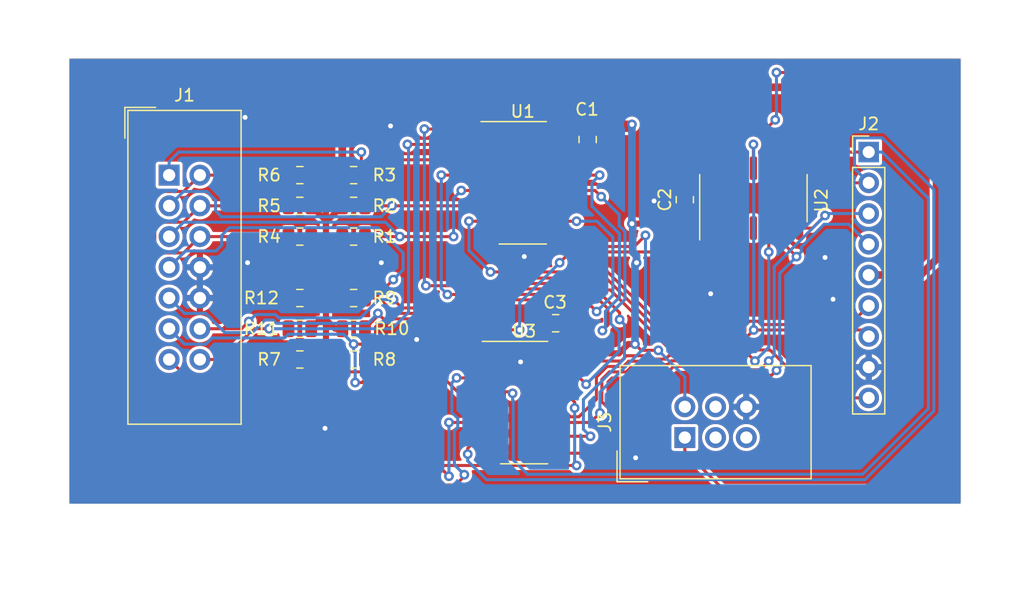
<source format=kicad_pcb>
(kicad_pcb (version 20241229) (generator "pcbnew") (generator_version "9.0")
  (layers (0 "F.Cu" signal) (2 "B.Cu" signal) (13 "F.Paste" user) (15 "B.Paste" user) (5 "F.SilkS" user) (7 "B.SilkS" user) (1 "F.Mask" user) (3 "B.Mask" user) (25 "Edge.Cuts" user))
  (net 0 "")
  (net 1 "TR")
  (net 2 "GND")
  (net 3 "TH")
  (net 4 "TL")
  (net 5 "+5V")
  (net 6 "RIGHT")
  (net 7 "LEFT")
  (net 8 "DOWN")
  (net 9 "UP")
  (net 10 "BUTTON_A")
  (net 11 "BUTTON_B")
  (net 12 "BUTTON_C")
  (net 13 "BUTTON_X")
  (net 14 "BUTTON_Y")
  (net 15 "BUTTON_Z")
  (net 16 "BUTTON_UP")
  (net 17 "BUTTON_DOWN")
  (net 18 "BUTTON_LEFT")
  (net 19 "BUTTON_RIGHT")
  (net 20 "BUTTON_START")
  (net 21 "BUTTON_MODE")
  (net 22 "Net-(U1-Pad12)")
  (net 23 "Net-(U1-Pad9)")
  (net 24 "Net-(U2-Pad5)")
  (net 25 "Net-(U2-Pad2)")
  (net 26 "Net-(J3-Pad1)")
  (footprint "Connector_IDC:IDC-Header_2x07_P2.54mm_Vertical" (layer "F.Cu") (at 97.155 47.752)
    (property "Reference" "J1")
    (property "Value" "Conn_02x07_Odd_Even")
  )
  (footprint "Connector_PinHeader_2.54mm:PinHeader_1x09_P2.54mm_Vertical" (layer "F.Cu") (at 154.94 45.847)
    (property "Reference" "J2")
    (property "Value" "DB9_Female")
  )
  (footprint "Resistor_SMD:R_0805_2012Metric" (layer "F.Cu") (at 112.395001 52.832)
    (property "Reference" "R1")
    (property "Value" "47k")
  )
  (footprint "Resistor_SMD:R_0805_2012Metric" (layer "F.Cu") (at 112.395001 50.292)
    (property "Reference" "R2")
    (property "Value" "47k")
  )
  (footprint "Resistor_SMD:R_0805_2012Metric" (layer "F.Cu") (at 112.395 47.752)
    (property "Reference" "R3")
    (property "Value" "47k")
  )
  (footprint "Resistor_SMD:R_0805_2012Metric" (layer "F.Cu") (at 107.95 52.832 180)
    (property "Reference" "R4")
    (property "Value" "47k")
  )
  (footprint "Resistor_SMD:R_0805_2012Metric" (layer "F.Cu") (at 107.95 50.292 180)
    (property "Reference" "R5")
    (property "Value" "47k")
  )
  (footprint "Resistor_SMD:R_0805_2012Metric" (layer "F.Cu") (at 107.95 47.752 180)
    (property "Reference" "R6")
    (property "Value" "47k")
  )
  (footprint "Resistor_SMD:R_0805_2012Metric" (layer "F.Cu") (at 107.95 62.992 180)
    (property "Reference" "R7")
    (property "Value" "47k")
  )
  (footprint "Resistor_SMD:R_0805_2012Metric" (layer "F.Cu") (at 112.395 62.992)
    (property "Reference" "R8")
    (property "Value" "47k")
  )
  (footprint "Resistor_SMD:R_0805_2012Metric" (layer "F.Cu") (at 112.395 57.912)
    (property "Reference" "R9")
    (property "Value" "47k")
  )
  (footprint "Resistor_SMD:R_0805_2012Metric" (layer "F.Cu") (at 112.395 60.452)
    (property "Reference" "R10")
    (property "Value" "47k")
  )
  (footprint "Resistor_SMD:R_0805_2012Metric" (layer "F.Cu") (at 107.95 60.452 180)
    (property "Reference" "R11")
    (property "Value" "47k")
  )
  (footprint "Resistor_SMD:R_0805_2012Metric" (layer "F.Cu") (at 107.95 57.912 180)
    (property "Reference" "R12")
    (property "Value" "47k")
  )
  (footprint "Package_SO:SOIC-16_3.9x9.9mm_P1.27mm" (layer "F.Cu") (at 126.365 48.387)
    (property "Reference" "U1")
    (property "Value" "74HC257")
  )
  (footprint "Package_SO:SOIC-14_3.9x8.7mm_P1.27mm" (layer "F.Cu") (at 145.415 49.657 90)
    (property "Reference" "U2")
    (property "Value" "ATtiny404-SS")
  )
  (footprint "Package_SO:SOIC-16_3.9x9.9mm_P1.27mm" (layer "F.Cu") (at 126.475 66.555)
    (property "Reference" "U3")
    (property "Value" "74HC257")
  )
  (footprint "Connector_IDC:IDC-Header_2x03_P2.54mm_Vertical" (layer "F.Cu") (at 139.7508 69.4436 90)
    (property "Reference" "J3")
    (property "Value" "Conn_02x03_Odd_Even")
  )
  (footprint "Capacitor_SMD:C_0805_2012Metric" (layer "F.Cu") (at 131.7244 44.8056 -90)
    (property "Reference" "C1")
    (property "Value" "0.1u")
  )
  (footprint "Capacitor_SMD:C_0805_2012Metric" (layer "F.Cu") (at 139.7508 49.784 90)
    (property "Reference" "C2")
    (property "Value" "0.1u")
  )
  (footprint "Capacitor_SMD:C_0805_2012Metric" (layer "F.Cu") (at 129.0828 59.9948 180)
    (property "Reference" "C3")
    (property "Value" "0.1u")
  )
  (gr_line (start 88.9 74.93) (end 88.9 38.1) (stroke (width 0.05)) (layer "Edge.Cuts"))
  (gr_line (start 162.56 74.93) (end 88.9 74.93) (stroke (width 0.05)) (layer "Edge.Cuts"))
  (gr_line (start 162.56 38.1) (end 162.56 74.93) (stroke (width 0.05)) (layer "Edge.Cuts"))
  (gr_line (start 88.9 38.1) (end 162.56 38.1) (stroke (width 0.05)) (layer "Edge.Cuts"))
  (segment (start 120.142 57.621) (end 123.80542 57.621) (width 0.25) (layer "F.Cu") (net 1))
  (segment (start 146.7866 62.2046) (end 150.749 66.167) (width 0.25) (layer "F.Cu") (net 1))
  (segment (start 123.80542 57.621) (end 124.71541 56.71101) (width 0.25) (layer "F.Cu") (net 1))
  (segment (start 131.668981 57.246981) (end 133.599381 57.246981) (width 0.25) (layer "F.Cu") (net 1))
  (segment (start 133.599381 57.246981) (end 138.557 62.2046) (width 0.25) (layer "F.Cu") (net 1))
  (segment (start 138.557 62.2046) (end 146.7866 62.2046) (width 0.25) (layer "F.Cu") (net 1))
  (segment (start 123.89 47.752) (end 119.634 47.752) (width 0.25) (layer "F.Cu") (net 1))
  (segment (start 131.13301 56.71101) (end 131.668981 57.246981) (width 0.25) (layer "F.Cu") (net 1))
  (segment (start 124.71541 56.71101) (end 131.13301 56.71101) (width 0.25) (layer "F.Cu") (net 1))
  (segment (start 150.749 66.167) (end 154.94 66.167) (width 0.25) (layer "F.Cu") (net 1))
  (via (at 120.142 57.621) (size 0.8) (drill 0.4) (layers "F.Cu" "B.Cu") (net 1))
  (via (at 119.634 47.752) (size 0.8) (drill 0.4) (layers "F.Cu" "B.Cu") (net 1))
  (segment (start 119.634 47.752) (end 119.634 57.113) (width 0.25) (layer "B.Cu") (net 1))
  (segment (start 119.634 57.113) (end 120.142 57.621) (width 0.25) (layer "B.Cu") (net 1))
  (via (at 117.602 61.341) (size 0.8) (drill 0.4) (layers "F.Cu" "B.Cu") (net 2))
  (via (at 115.443 43.688) (size 0.8) (drill 0.4) (layers "F.Cu" "B.Cu") (net 2))
  (via (at 126.492 54.483) (size 0.8) (drill 0.4) (layers "F.Cu" "B.Cu") (net 2))
  (via (at 151.9936 58.0136) (size 0.8) (drill 0.4) (layers "F.Cu" "B.Cu") (net 2))
  (via (at 103.4288 42.9768) (size 0.8) (drill 0.4) (layers "F.Cu" "B.Cu") (net 2))
  (via (at 103.632 54.991) (size 0.8) (drill 0.4) (layers "F.Cu" "B.Cu") (net 2))
  (via (at 135.6868 71.12) (size 0.8) (drill 0.4) (layers "F.Cu" "B.Cu") (net 2))
  (via (at 110.0328 68.6816) (size 0.8) (drill 0.4) (layers "F.Cu" "B.Cu") (net 2))
  (via (at 126.1872 63.1952) (size 0.8) (drill 0.4) (layers "F.Cu" "B.Cu") (net 2))
  (via (at 141.8844 57.5564) (size 0.8) (drill 0.4) (layers "F.Cu" "B.Cu") (net 2))
  (via (at 151.3332 54.5592) (size 0.8) (drill 0.4) (layers "F.Cu" "B.Cu") (net 2))
  (via (at 137.2108 49.8856) (size 0.8) (drill 0.4) (layers "F.Cu" "B.Cu") (net 2))
  (via (at 114.681 54.991) (size 0.8) (drill 0.4) (layers "F.Cu" "B.Cu") (net 2))
  (segment (start 133.24981 56.261) (end 138.7434 61.75459) (width 0.25) (layer "F.Cu") (net 3))
  (segment (start 145.4404 60.5536) (end 154.4066 60.5536) (width 0.25) (layer "F.Cu") (net 3))
  (segment (start 145.415 47.182) (end 145.415 45.212) (width 0.25) (layer "F.Cu") (net 3))
  (segment (start 138.7434 61.75459) (end 144.23941 61.75459) (width 0.25) (layer "F.Cu") (net 3))
  (segment (start 118.364 56.896) (end 123.89401 56.896) (width 0.25) (layer "F.Cu") (net 3))
  (segment (start 154.4066 60.5536) (end 154.94 61.087) (width 0.25) (layer "F.Cu") (net 3))
  (segment (start 123.89401 56.896) (end 124.52901 56.261) (width 0.25) (layer "F.Cu") (net 3))
  (segment (start 124.52901 56.261) (end 133.24981 56.261) (width 0.25) (layer "F.Cu") (net 3))
  (segment (start 123.89 43.942) (end 118.237 43.942) (width 0.25) (layer "F.Cu") (net 3))
  (segment (start 144.23941 61.75459) (end 145.4404 60.5536) (width 0.25) (layer "F.Cu") (net 3))
  (via (at 145.4404 60.5536) (size 0.8) (drill 0.4) (layers "F.Cu" "B.Cu") (net 3))
  (via (at 118.364 56.896) (size 0.8) (drill 0.4) (layers "F.Cu" "B.Cu") (net 3))
  (via (at 145.415 45.212) (size 0.8) (drill 0.4) (layers "F.Cu" "B.Cu") (net 3))
  (via (at 118.237 43.942) (size 0.8) (drill 0.4) (layers "F.Cu" "B.Cu") (net 3))
  (segment (start 145.4404 60.5536) (end 145.4404 45.2374) (width 0.25) (layer "B.Cu") (net 3))
  (segment (start 145.4404 45.2374) (end 145.415 45.212) (width 0.25) (layer "B.Cu") (net 3))
  (segment (start 118.237 43.942) (end 118.237 56.769) (width 0.25) (layer "B.Cu") (net 3))
  (segment (start 118.237 56.769) (end 118.364 56.896) (width 0.25) (layer "B.Cu") (net 3))
  (segment (start 145.782199 59.828599) (end 146.05719 60.10359) (width 0.25) (layer "F.Cu") (net 4))
  (segment (start 123.698 55.753) (end 133.37822 55.753) (width 0.25) (layer "F.Cu") (net 4))
  (segment (start 144.715399 60.642191) (end 144.715399 60.205599) (width 0.25) (layer "F.Cu") (net 4))
  (segment (start 138.9298 61.30458) (end 144.05301 61.30458) (width 0.25) (layer "F.Cu") (net 4))
  (segment (start 133.37822 55.753) (end 138.9298 61.30458) (width 0.25) (layer "F.Cu") (net 4))
  (segment (start 144.05301 61.30458) (end 144.715399 60.642191) (width 0.25) (layer "F.Cu") (net 4))
  (segment (start 123.89 51.562) (end 121.92 51.562) (width 0.25) (layer "F.Cu") (net 4))
  (segment (start 146.05719 60.10359) (end 153.38341 60.10359) (width 0.25) (layer "F.Cu") (net 4))
  (segment (start 144.715399 60.205599) (end 145.092399 59.828599) (width 0.25) (layer "F.Cu") (net 4))
  (segment (start 145.092399 59.828599) (end 145.782199 59.828599) (width 0.25) (layer "F.Cu") (net 4))
  (segment (start 153.38341 60.10359) (end 154.94 58.547) (width 0.25) (layer "F.Cu") (net 4))
  (via (at 121.92 51.562) (size 0.8) (drill 0.4) (layers "F.Cu" "B.Cu") (net 4))
  (via (at 123.698 55.753) (size 0.8) (drill 0.4) (layers "F.Cu" "B.Cu") (net 4))
  (segment (start 121.92 51.562) (end 121.92 53.975) (width 0.25) (layer "B.Cu") (net 4))
  (segment (start 121.92 53.975) (end 123.698 55.753) (width 0.25) (layer "B.Cu") (net 4))
  (segment (start 135.382 51.7652) (end 136.798322 51.7652) (width 0.508) (layer "F.Cu") (net 5))
  (segment (start 111.4575 62.992) (end 110.744 62.992) (width 0.508) (layer "F.Cu") (net 5))
  (segment (start 136.148653 62.234653) (end 135.636 61.722) (width 0.25) (layer "F.Cu") (net 5))
  (segment (start 110.109 59.563) (end 110.109 56.515) (width 0.508) (layer "F.Cu") (net 5))
  (segment (start 108.8875 52.832) (end 110.109 54.0535) (width 0.508) (layer "F.Cu") (net 5))
  (segment (start 160.54589 54.69371) (end 159.2326 56.007) (width 0.635) (layer "F.Cu") (net 5))
  (segment (start 135.0749 43.8681) (end 135.382 43.561) (width 0.635) (layer "F.Cu") (net 5))
  (segment (start 110.870001 52.832) (end 110.109 53.593001) (width 0.508) (layer "F.Cu") (net 5))
  (segment (start 131.7244 43.8681) (end 135.0749 43.8681) (width 0.635) (layer "F.Cu") (net 5))
  (segment (start 128.9139 43.8681) (end 128.84 43.942) (width 0.508) (layer "F.Cu") (net 5))
  (segment (start 110.87 47.752) (end 110.109 48.513) (width 0.508) (layer "F.Cu") (net 5))
  (segment (start 111.4575 47.752) (end 110.87 47.752) (width 0.508) (layer "F.Cu") (net 5))
  (segment (start 135.382 43.561) (end 134.747 43.561) (width 0.635) (layer "F.Cu") (net 5))
  (segment (start 108.8875 62.992) (end 109.443737 62.435763) (width 0.508) (layer "F.Cu") (net 5))
  (segment (start 110.109 51.640501) (end 110.109 51.816) (width 0.508) (layer "F.Cu") (net 5))
  (segment (start 138.556112 53.52299) (end 140.21401 53.52299) (width 0.508) (layer "F.Cu") (net 5))
  (segment (start 140.1945 50.7215) (end 141.605 52.132) (width 0.508) (layer "F.Cu") (net 5))
  (segment (start 111.4575 57.912) (end 110.109 56.5635) (width 0.508) (layer "F.Cu") (net 5))
  (segment (start 110.109 62.357) (end 110.109 61.849) (width 0.508) (layer "F.Cu") (net 5))
  (segment (start 110.109 56.134) (end 110.109 54.61) (width 0.508) (layer "F.Cu") (net 5))
  (segment (start 132.715 41.275) (end 134.7216 39.2684) (width 0.635) (layer "F.Cu") (net 5))
  (segment (start 128.713 61.849) (end 129.788 61.849) (width 0.508) (layer "F.Cu") (net 5))
  (segment (start 110.109 49.276) (end 110.109 48.9735) (width 0.508) (layer "F.Cu") (net 5))
  (segment (start 110.109 59.691) (end 110.109 59.563) (width 0.508) (layer "F.Cu") (net 5))
  (segment (start 134.7216 39.2684) (end 145.1356 39.2684) (width 0.635) (layer "F.Cu") (net 5))
  (segment (start 131.7244 43.8681) (end 128.9139 43.8681) (width 0.508) (layer "F.Cu") (net 5))
  (segment (start 139.7508 50.7215) (end 140.1945 50.7215) (width 0.508) (layer "F.Cu") (net 5))
  (segment (start 110.109 61.849) (end 110.109 59.563) (width 0.508) (layer "F.Cu") (net 5))
  (segment (start 109.776237 59.895763) (end 110.109 59.563) (width 0.508) (layer "F.Cu") (net 5))
  (segment (start 110.109 48.513) (end 110.109 49.276) (width 0.508) (layer "F.Cu") (net 5))
  (segment (start 109.443737 62.435763) (end 109.522237 62.435763) (width 0.508) (layer "F.Cu") (net 5))
  (segment (start 109.522237 62.435763) (end 110.109 61.849) (width 0.508) (layer "F.Cu") (net 5))
  (segment (start 110.109 56.6905) (end 110.109 56.515) (width 0.508) (layer "F.Cu") (net 5))
  (segment (start 110.109 54.229) (end 110.109 52.197) (width 0.508) (layer "F.Cu") (net 5))
  (segment (start 132.715 41.529) (end 132.715 41.275) (width 0.635) (layer "F.Cu") (net 5))
  (segment (start 110.109 53.593001) (end 110.109 54.229) (width 0.508) (layer "F.Cu") (net 5))
  (segment (start 159.2326 56.007) (end 154.94 56.007) (width 0.635) (layer "F.Cu") (net 5))
  (segment (start 140.21401 53.52299) (end 141.605 52.132) (width 0.508) (layer "F.Cu") (net 5))
  (segment (start 111.4575 60.452) (end 110.87 60.452) (width 0.508) (layer "F.Cu") (net 5))
  (segment (start 160.54589 41.26749) (end 160.54589 54.69371) (width 0.635) (layer "F.Cu") (net 5))
  (segment (start 145.1356 39.2684) (end 146.3548 40.4876) (width 0.635) (layer "F.Cu") (net 5))
  (segment (start 110.109 52.197) (end 110.109 51.816) (width 0.508) (layer "F.Cu") (net 5))
  (segment (start 110.109 56.515) (end 110.109 56.134) (width 0.508) (layer "F.Cu") (net 5))
  (segment (start 135.636 61.722) (end 135.070315 61.722) (width 0.508) (layer "F.Cu") (net 5))
  (segment (start 108.8875 57.912) (end 110.109 56.6905) (width 0.508) (layer "F.Cu") (net 5))
  (segment (start 108.8875 50.292) (end 110.109 51.5135) (width 0.508) (layer "F.Cu") (net 5))
  (segment (start 132.715 41.529) (end 115.189 41.529) (width 0.635) (layer "F.Cu") (net 5))
  (segment (start 130.0203 61.6167) (end 129.788 61.849) (width 0.508) (layer "F.Cu") (net 5))
  (segment (start 130.8876 62.484) (end 130.0203 61.6167) (width 0.508) (layer "F.Cu") (net 5))
  (segment (start 110.87 60.452) (end 110.109 59.691) (width 0.508) (layer "F.Cu") (net 5))
  (segment (start 110.109 54.61) (end 110.109 54.229) (width 0.508) (layer "F.Cu") (net 5))
  (segment (start 110.109 54.0535) (end 110.109 54.61) (width 0.508) (layer "F.Cu") (net 5))
  (segment (start 148.55709 39.91091) (end 159.18931 39.91091) (width 0.635) (layer "F.Cu") (net 5))
  (segment (start 108.8875 60.452) (end 109.443737 59.895763) (width 0.508) (layer "F.Cu") (net 5))
  (segment (start 135.070315 61.722) (end 134.308315 62.484) (width 0.508) (layer "F.Cu") (net 5))
  (segment (start 110.109 56.5635) (end 110.109 56.134) (width 0.508) (layer "F.Cu") (net 5))
  (segment (start 110.109 51.816) (end 110.109 49.276) (width 0.508) (layer "F.Cu") (net 5))
  (segment (start 134.747 43.561) (end 132.715 41.529) (width 0.635) (layer "F.Cu") (net 5))
  (segment (start 111.457501 50.292) (end 110.109 51.640501) (width 0.508) (layer "F.Cu") (net 5))
  (segment (start 111.457501 52.832) (end 110.870001 52.832) (width 0.508) (layer "F.Cu") (net 5))
  (segment (start 115.189 41.529) (end 111.4575 45.2605) (width 0.635) (layer "F.Cu") (net 5))
  (segment (start 134.308315 62.484) (end 130.8876 62.484) (width 0.508) (layer "F.Cu") (net 5))
  (segment (start 137.561747 62.234653) (end 136.148653 62.234653) (width 0.25) (layer "F.Cu") (net 5))
  (segment (start 111.4575 45.2605) (end 111.4575 47.752) (width 0.635) (layer "F.Cu") (net 5))
  (segment (start 159.18931 39.91091) (end 160.54589 41.26749) (width 0.635) (layer "F.Cu") (net 5))
  (segment (start 110.744 62.992) (end 110.109 62.357) (width 0.508) (layer "F.Cu") (net 5))
  (segment (start 110.109 48.9735) (end 108.8875 47.752) (width 0.508) (layer "F.Cu") (net 5))
  (segment (start 130.0203 59.9948) (end 130.0203 61.6167) (width 0.508) (layer "F.Cu") (net 5))
  (segment (start 110.109 51.5135) (end 110.109 52.197) (width 0.508) (layer "F.Cu") (net 5))
  (segment (start 147.9804 40.4876) (end 148.55709 39.91091) (width 0.635) (layer "F.Cu") (net 5))
  (segment (start 109.443737 59.895763) (end 109.776237 59.895763) (width 0.508) (layer "F.Cu") (net 5))
  (segment (start 146.3548 40.4876) (end 147.9804 40.4876) (width 0.635) (layer "F.Cu") (net 5))
  (segment (start 136.798322 51.7652) (end 138.556112 53.52299) (width 0.508) (layer "F.Cu") (net 5))
  (via (at 137.561747 62.234653) (size 0.8) (drill 0.4) (layers "F.Cu" "B.Cu") (net 5))
  (via (at 135.382 43.561) (size 0.8) (drill 0.4) (layers "F.Cu" "B.Cu") (net 5))
  (via (at 135.636 61.722) (size 0.8) (drill 0.4) (layers "F.Cu" "B.Cu") (net 5))
  (via (at 135.763 54.991) (size 0.8) (drill 0.4) (layers "F.Cu" "B.Cu") (net 5))
  (via (at 135.382 51.7652) (size 0.8) (drill 0.4) (layers "F.Cu" "B.Cu") (net 5))
  (segment (start 135.763 54.991) (end 135.763 54.425315) (width 0.635) (layer "B.Cu") (net 5))
  (segment (start 139.7508 66.9036) (end 139.7508 64.423706) (width 0.25) (layer "B.Cu") (net 5))
  (segment (start 135.636 61.722) (end 135.636 55.118) (width 0.635) (layer "B.Cu") (net 5))
  (segment (start 135.763 54.425315) (end 135.4455 54.107815) (width 0.635) (layer "B.Cu") (net 5))
  (segment (start 135.382 51.7652) (end 135.382 43.561) (width 0.635) (layer "B.Cu") (net 5))
  (segment (start 135.4455 54.107815) (end 135.4455 51.8287) (width 0.635) (layer "B.Cu") (net 5))
  (segment (start 139.7508 64.423706) (end 137.561747 62.234653) (width 0.25) (layer "B.Cu") (net 5))
  (segment (start 135.636 55.118) (end 135.763 54.991) (width 0.635) (layer "B.Cu") (net 5))
  (segment (start 135.4455 51.8287) (end 135.382 51.7652) (width 0.635) (layer "B.Cu") (net 5))
  (segment (start 133.465401 67.063599) (end 132.899002 66.4972) (width 0.25) (layer "F.Cu") (net 6))
  (segment (start 131.629002 70.739) (end 133.465401 68.902601) (width 0.25) (layer "F.Cu") (net 6))
  (segment (start 136.840947 63.859673) (end 138.530348 63.859672) (width 0.25) (layer "F.Cu") (net 6))
  (segment (start 133.518192 64.019018) (end 134.913782 64.019018) (width 0.25) (layer "F.Cu") (net 6))
  (segment (start 132.899002 66.4972) (end 132.899002 64.638208) (width 0.25) (layer "F.Cu") (net 6))
  (segment (start 134.913782 64.019018) (end 135.348117 63.584683) (width 0.25) (layer "F.Cu") (net 6))
  (segment (start 136.565955 63.584683) (end 136.840947 63.859673) (width 0.25) (layer "F.Cu") (net 6))
  (segment (start 138.530348 63.859672) (end 138.83539 63.55463) (width 0.25) (layer "F.Cu") (net 6))
  (segment (start 132.899002 64.638208) (end 133.518192 64.019018) (width 0.25) (layer "F.Cu") (net 6))
  (segment (start 147.955 53.467) (end 147.955 52.132) (width 0.25) (layer "F.Cu") (net 6))
  (segment (start 148.975653 54.487653) (end 147.955 53.467) (width 0.25) (layer "F.Cu") (net 6))
  (segment (start 144.964411 64.294011) (end 146.919213 64.294011) (width 0.25) (layer "F.Cu") (net 6))
  (segment (start 135.348117 63.584683) (end 136.565955 63.584683) (width 0.25) (layer "F.Cu") (net 6))
  (segment (start 144.22503 63.55463) (end 144.964411 64.294011) (width 0.25) (layer "F.Cu") (net 6))
  (segment (start 133.465401 68.902601) (end 133.465401 67.063599) (width 0.25) (layer "F.Cu") (net 6))
  (segment (start 146.919213 64.294011) (end 147.325597 63.887627) (width 0.25) (layer "F.Cu") (net 6))
  (segment (start 138.83539 63.55463) (end 144.22503 63.55463) (width 0.25) (layer "F.Cu") (net 6))
  (segment (start 128.713 70.739) (end 131.629002 70.739) (width 0.25) (layer "F.Cu") (net 6))
  (via (at 148.975653 54.487653) (size 0.8) (drill 0.4) (layers "F.Cu" "B.Cu") (net 6))
  (via (at 147.325597 63.887627) (size 0.8) (drill 0.4) (layers "F.Cu" "B.Cu") (net 6))
  (segment (start 151.25841 51.816) (end 153.289 51.816) (width 0.25) (layer "B.Cu") (net 6))
  (segment (start 149.543205 53.531205) (end 151.25841 51.816) (width 0.25) (layer "B.Cu") (net 6))
  (segment (start 147.725596 62.889596) (end 147.58502 62.74902) (width 0.25) (layer "B.Cu") (net 6))
  (segment (start 147.725596 63.487628) (end 147.725596 62.889596) (width 0.25) (layer "B.Cu") (net 6))
  (segment (start 149.375652 54.087654) (end 149.375652 53.698758) (width 0.25) (layer "B.Cu") (net 6))
  (segment (start 147.325597 63.887627) (end 147.725596 63.487628) (width 0.25) (layer "B.Cu") (net 6))
  (segment (start 148.594653 54.868653) (end 148.975653 54.487653) (width 0.25) (layer "B.Cu") (net 6))
  (segment (start 153.289 51.816) (end 154.94 53.467) (width 0.25) (layer "B.Cu") (net 6))
  (segment (start 147.58502 62.74902) (end 147.58502 55.878286) (width 0.25) (layer "B.Cu") (net 6))
  (segment (start 149.375652 53.698758) (end 149.543205 53.531205) (width 0.25) (layer "B.Cu") (net 6))
  (segment (start 147.58502 55.878286) (end 148.594653 54.868653) (width 0.25) (layer "B.Cu") (net 6))
  (segment (start 148.975653 54.487653) (end 149.375652 54.087654) (width 0.25) (layer "B.Cu") (net 6))
  (segment (start 134.678558 63.569009) (end 133.33179 63.56901) (width 0.25) (layer "F.Cu") (net 7))
  (segment (start 130.998003 67.730201) (end 130.302001 67.730201) (width 0.25) (layer "F.Cu") (net 7))
  (segment (start 133.33179 63.56901) (end 132.448992 64.451808) (width 0.25) (layer "F.Cu") (net 7))
  (segment (start 146.680347 63.123653) (end 145.959999 63.844001) (width 0.25) (layer "F.Cu") (net 7))
  (segment (start 136.752355 63.134673) (end 135.112894 63.134673) (width 0.25) (layer "F.Cu") (net 7))
  (segment (start 132.448992 64.451808) (end 132.448992 66.279212) (width 0.25) (layer "F.Cu") (net 7))
  (segment (start 149.225 52.132) (end 150.293233 52.132) (width 0.25) (layer "F.Cu") (net 7))
  (segment (start 138.343947 63.409663) (end 137.027346 63.409664) (width 0.25) (layer "F.Cu") (net 7))
  (segment (start 135.112894 63.134673) (end 134.678558 63.569009) (width 0.25) (layer "F.Cu") (net 7))
  (segment (start 145.959999 63.844001) (end 145.193999 63.844001) (width 0.25) (layer "F.Cu") (net 7))
  (segment (start 132.448992 66.279212) (end 130.998003 67.730201) (width 0.25) (layer "F.Cu") (net 7))
  (segment (start 150.293233 52.132) (end 151.334233 51.091) (width 0.25) (layer "F.Cu") (net 7))
  (segment (start 137.027346 63.409664) (end 136.752355 63.134673) (width 0.25) (layer "F.Cu") (net 7))
  (segment (start 129.87151 67.29971) (end 129.08371 67.29971) (width 0.25) (layer "F.Cu") (net 7))
  (segment (start 129.08371 67.29971) (end 128.713 66.929) (width 0.25) (layer "F.Cu") (net 7))
  (segment (start 130.302001 67.730201) (end 129.87151 67.29971) (width 0.25) (layer "F.Cu") (net 7))
  (segment (start 144.454618 63.10462) (end 138.64899 63.10462) (width 0.25) (layer "F.Cu") (net 7))
  (segment (start 145.193999 63.844001) (end 144.454618 63.10462) (width 0.25) (layer "F.Cu") (net 7))
  (segment (start 138.64899 63.10462) (end 138.343947 63.409663) (width 0.25) (layer "F.Cu") (net 7))
  (via (at 151.334233 51.091) (size 0.8) (drill 0.4) (layers "F.Cu" "B.Cu") (net 7))
  (via (at 146.680347 63.123653) (size 0.8) (drill 0.4) (layers "F.Cu" "B.Cu") (net 7))
  (segment (start 151.511 50.927) (end 154.94 50.927) (width 0.25) (layer "B.Cu") (net 7))
  (segment (start 147.13501 55.30299) (end 151.511 50.927) (width 0.25) (layer "B.Cu") (net 7))
  (segment (start 147.13501 62.66899) (end 147.13501 55.30299) (width 0.25) (layer "B.Cu") (net 7))
  (segment (start 146.680347 63.123653) (end 147.13501 62.66899) (width 0.25) (layer "B.Cu") (net 7))
  (segment (start 121.8184 70.3386) (end 121.8184 70.8152) (width 0.25) (layer "F.Cu") (net 8))
  (segment (start 150.43 48.387) (end 154.94 48.387) (width 0.25) (layer "F.Cu") (net 8))
  (segment (start 122.688 69.469) (end 121.8184 70.3386) (width 0.25) (layer "F.Cu") (net 8))
  (segment (start 123.763 69.469) (end 122.688 69.469) (width 0.25) (layer "F.Cu") (net 8))
  (segment (start 149.225 47.182) (end 150.43 48.387) (width 0.25) (layer "F.Cu") (net 8))
  (via (at 121.8184 70.8152) (size 0.8) (drill 0.4) (layers "F.Cu" "B.Cu") (net 8))
  (segment (start 156.050001 44.671999) (end 153.829999 44.671999) (width 0.25) (layer "B.Cu") (net 8))
  (segment (start 154.090001 47.537001) (end 154.94 48.387) (width 0.25) (layer "B.Cu") (net 8))
  (segment (start 160.31761 67.2424) (end 160.31761 48.939608) (width 0.25) (layer "B.Cu") (net 8))
  (segment (start 123.367526 72.930011) (end 154.63 72.93001) (width 0.25) (layer "B.Cu") (net 8))
  (segment (start 153.764999 47.211999) (end 154.090001 47.537001) (width 0.25) (layer "B.Cu") (net 8))
  (segment (start 154.63 72.93001) (end 160.31761 67.2424) (width 0.25) (layer "B.Cu") (net 8))
  (segment (start 121.8184 71.380885) (end 123.367526 72.930011) (width 0.25) (layer "B.Cu") (net 8))
  (segment (start 153.829999 44.671999) (end 153.764999 44.736999) (width 0.25) (layer "B.Cu") (net 8))
  (segment (start 153.764999 44.736999) (end 153.764999 47.211999) (width 0.25) (layer "B.Cu") (net 8))
  (segment (start 121.8184 70.8152) (end 121.8184 71.380885) (width 0.25) (layer "B.Cu") (net 8))
  (segment (start 160.31761 48.939608) (end 156.050001 44.671999) (width 0.25) (layer "B.Cu") (net 8))
  (segment (start 147.955 47.182) (end 147.955 46.107) (width 0.25) (layer "F.Cu") (net 9))
  (segment (start 123.763 65.659) (end 125.3998 65.659) (width 0.25) (layer "F.Cu") (net 9))
  (segment (start 148.215 45.847) (end 153.84 45.847) (width 0.25) (layer "F.Cu") (net 9))
  (segment (start 125.3998 65.659) (end 125.5268 65.786) (width 0.25) (layer "F.Cu") (net 9))
  (segment (start 147.955 46.107) (end 148.215 45.847) (width 0.25) (layer "F.Cu") (net 9))
  (segment (start 153.84 45.847) (end 154.94 45.847) (width 0.25) (layer "F.Cu") (net 9))
  (via (at 125.5268 65.786) (size 0.8) (drill 0.4) (layers "F.Cu" "B.Cu") (net 9))
  (segment (start 125.5268 66.351685) (end 125.5776 66.402485) (width 0.25) (layer "B.Cu") (net 9))
  (segment (start 159.8676 67.056) (end 159.8676 49.6746) (width 0.25) (layer "B.Cu") (net 9))
  (segment (start 154.443599 72.480001) (end 159.8676 67.056) (width 0.25) (layer "B.Cu") (net 9))
  (segment (start 125.5776 71.300002) (end 126.757599 72.480001) (width 0.25) (layer "B.Cu") (net 9))
  (segment (start 159.8676 49.6746) (end 156.04 45.847) (width 0.25) (layer "B.Cu") (net 9))
  (segment (start 156.04 45.847) (end 154.94 45.847) (width 0.25) (layer "B.Cu") (net 9))
  (segment (start 125.5268 65.786) (end 125.5268 66.351685) (width 0.25) (layer "B.Cu") (net 9))
  (segment (start 125.5776 66.402485) (end 125.5776 71.300002) (width 0.25) (layer "B.Cu") (net 9))
  (segment (start 126.757599 72.480001) (end 154.443599 72.480001) (width 0.25) (layer "B.Cu") (net 9))
  (segment (start 116.205 52.832) (end 120.65 52.832) (width 0.25) (layer "F.Cu") (net 10))
  (segment (start 113.332501 52.832) (end 116.205 52.832) (width 0.25) (layer "F.Cu") (net 10))
  (segment (start 121.285 49.022) (end 123.89 49.022) (width 0.25) (layer "F.Cu") (net 10))
  (via (at 121.285 49.022) (size 0.8) (drill 0.4) (layers "F.Cu" "B.Cu") (net 10))
  (via (at 116.205 52.832) (size 0.8) (drill 0.4) (layers "F.Cu" "B.Cu") (net 10))
  (via (at 120.65 52.832) (size 0.8) (drill 0.4) (layers "F.Cu" "B.Cu") (net 10))
  (segment (start 115.016399 51.643399) (end 116.205 52.832) (width 0.25) (layer "B.Cu") (net 10))
  (segment (start 120.65 49.657) (end 121.285 49.022) (width 0.25) (layer "B.Cu") (net 10))
  (segment (start 120.65 52.832) (end 120.65 49.657) (width 0.25) (layer "B.Cu") (net 10))
  (segment (start 97.155 52.832) (end 98.343601 51.643399) (width 0.25) (layer "B.Cu") (net 10))
  (segment (start 98.343601 51.643399) (end 115.016399 51.643399) (width 0.25) (layer "B.Cu") (net 10))
  (segment (start 115.57 50.292) (end 123.89 50.292) (width 0.25) (layer "F.Cu") (net 11))
  (segment (start 113.332501 50.292) (end 115.57 50.292) (width 0.25) (layer "F.Cu") (net 11))
  (via (at 115.57 50.292) (size 0.8) (drill 0.4) (layers "F.Cu" "B.Cu") (net 11))
  (segment (start 114.668611 51.193389) (end 101.4476 51.193389) (width 0.25) (layer "B.Cu") (net 11))
  (segment (start 98.343601 49.103399) (end 97.155 50.292) (width 0.25) (layer "B.Cu") (net 11))
  (segment (start 115.57 50.292) (end 114.668611 51.193389) (width 0.25) (layer "B.Cu") (net 11))
  (segment (start 100.265529 49.103399) (end 98.343601 49.103399) (width 0.25) (layer "B.Cu") (net 11))
  (segment (start 100.9904 50.6984) (end 100.9904 49.82827) (width 0.25) (layer "B.Cu") (net 11))
  (segment (start 101.4476 51.1556) (end 100.9904 50.6984) (width 0.25) (layer "B.Cu") (net 11))
  (segment (start 101.4476 51.193389) (end 101.4476 51.1556) (width 0.25) (layer "B.Cu") (net 11))
  (segment (start 100.9904 49.82827) (end 100.265529 49.103399) (width 0.25) (layer "B.Cu") (net 11))
  (segment (start 113.03 45.847) (end 113.03 47.4495) (width 0.25) (layer "F.Cu") (net 12))
  (segment (start 114.6025 46.482) (end 123.89 46.482) (width 0.25) (layer "F.Cu") (net 12))
  (segment (start 113.3325 47.752) (end 114.6025 46.482) (width 0.25) (layer "F.Cu") (net 12))
  (segment (start 113.03 47.4495) (end 113.3325 47.752) (width 0.25) (layer "F.Cu") (net 12))
  (via (at 113.03 45.847) (size 0.8) (drill 0.4) (layers "F.Cu" "B.Cu") (net 12))
  (segment (start 97.9464 45.847) (end 113.03 45.847) (width 0.25) (layer "B.Cu") (net 12))
  (segment (start 97.155 46.6384) (end 97.9464 45.847) (width 0.25) (layer "B.Cu") (net 12))
  (segment (start 97.155 47.752) (end 97.155 46.6384) (width 0.25) (layer "B.Cu") (net 12))
  (segment (start 130.650002 66.521002) (end 130.650002 67.0052) (width 0.25) (layer "F.Cu") (net 13))
  (segment (start 94.742 68.453) (end 94.742 69.088) (width 0.25) (layer "F.Cu") (net 13))
  (segment (start 128.713 65.659) (end 129.788 65.659) (width 0.25) (layer "F.Cu") (net 13))
  (segment (start 98.343601 54.183399) (end 96.584471 54.183399) (width 0.25) (layer "F.Cu") (net 13))
  (segment (start 94.742 69.088) (end 97.409 71.755) (width 0.25) (layer "F.Cu") (net 13))
  (segment (start 99.695 52.832) (end 98.343601 54.183399) (width 0.25) (layer "F.Cu") (net 13))
  (segment (start 129.788 65.659) (end 130.650002 66.521002) (width 0.25) (layer "F.Cu") (net 13))
  (segment (start 97.409 71.755) (end 130.81 71.755) (width 0.25) (layer "F.Cu") (net 13))
  (segment (start 99.695 52.832) (end 107.0125 52.832) (width 0.25) (layer "F.Cu") (net 13))
  (segment (start 94.742 56.02587) (end 94.742 68.453) (width 0.25) (layer "F.Cu") (net 13))
  (segment (start 96.584471 54.183399) (end 94.742 56.02587) (width 0.25) (layer "F.Cu") (net 13))
  (via (at 130.81 71.755) (size 0.8) (drill 0.4) (layers "F.Cu" "B.Cu") (net 13))
  (via (at 130.650002 67.0052) (size 0.8) (drill 0.4) (layers "F.Cu" "B.Cu") (net 13))
  (segment (start 130.650002 67.0052) (end 130.650002 71.595002) (width 0.25) (layer "B.Cu") (net 13))
  (segment (start 130.650002 71.595002) (end 130.81 71.755) (width 0.25) (layer "B.Cu") (net 13))
  (segment (start 95.966399 53.741201) (end 95.966399 52.261471) (width 0.25) (layer "F.Cu") (net 14))
  (segment (start 94.291991 55.415609) (end 95.966399 53.741201) (width 0.25) (layer "F.Cu") (net 14))
  (segment (start 120.269 72.644) (end 119.83001 72.20501) (width 0.25) (layer "F.Cu") (net 14))
  (segment (start 120.269 68.199) (end 123.763 68.199) (width 0.25) (layer "F.Cu") (net 14))
  (segment (start 97.2226 72.20501) (end 94.291991 69.274401) (width 0.25) (layer "F.Cu") (net 14))
  (segment (start 95.966399 52.261471) (end 96.584471 51.643399) (width 0.25) (layer "F.Cu") (net 14))
  (segment (start 119.83001 72.20501) (end 97.2226 72.20501) (width 0.25) (layer "F.Cu") (net 14))
  (segment (start 98.343601 51.643399) (end 99.695 50.292) (width 0.25) (layer "F.Cu") (net 14))
  (segment (start 96.584471 51.643399) (end 98.343601 51.643399) (width 0.25) (layer "F.Cu") (net 14))
  (segment (start 94.291991 69.274401) (end 94.291991 55.415609) (width 0.25) (layer "F.Cu") (net 14))
  (segment (start 99.695 50.292) (end 107.0125 50.292) (width 0.25) (layer "F.Cu") (net 14))
  (via (at 120.269 68.199) (size 0.8) (drill 0.4) (layers "F.Cu" "B.Cu") (net 14))
  (via (at 120.269 72.644) (size 0.8) (drill 0.4) (layers "F.Cu" "B.Cu") (net 14))
  (segment (start 120.269 72.644) (end 120.269 68.199) (width 0.25) (layer "B.Cu") (net 14))
  (segment (start 99.695 47.752) (end 107.0125 47.752) (width 0.25) (layer "F.Cu") (net 15))
  (segment (start 93.84197 69.46079) (end 93.84197 55.00203) (width 0.25) (layer "F.Cu") (net 15))
  (segment (start 121.539 72.644) (end 120.813999 73.369001) (width 0.25) (layer "F.Cu") (net 15))
  (segment (start 95.516389 53.530811) (end 95.516389 50.171483) (width 0.25) (layer "F.Cu") (net 15))
  (segment (start 119.207018 72.65502) (end 97.0362 72.65502) (width 0.25) (layer "F.Cu") (net 15))
  (segment (start 93.84197 55.00203) (end 94.04517 55.00203) (width 0.25) (layer "F.Cu") (net 15))
  (segment (start 120.904 64.516) (end 123.636 64.516) (width 0.25) (layer "F.Cu") (net 15))
  (segment (start 123.636 64.516) (end 123.763 64.389) (width 0.25) (layer "F.Cu") (net 15))
  (segment (start 119.920999 73.369001) (end 119.207018 72.65502) (width 0.25) (layer "F.Cu") (net 15))
  (segment (start 98.343601 49.103399) (end 99.695 47.752) (width 0.25) (layer "F.Cu") (net 15))
  (segment (start 120.813999 73.369001) (end 119.920999 73.369001) (width 0.25) (layer "F.Cu") (net 15))
  (segment (start 94.04517 55.00203) (end 95.516389 53.530811) (width 0.25) (layer "F.Cu") (net 15))
  (segment (start 97.0362 72.65502) (end 93.84197 69.46079) (width 0.25) (layer "F.Cu") (net 15))
  (segment (start 95.516389 50.171483) (end 96.584471 49.103399) (width 0.25) (layer "F.Cu") (net 15))
  (segment (start 121.539 72.517) (end 121.539 72.644) (width 0.25) (layer "F.Cu") (net 15))
  (segment (start 96.584471 49.103399) (end 98.343601 49.103399) (width 0.25) (layer "F.Cu") (net 15))
  (via (at 121.539 72.517) (size 0.8) (drill 0.4) (layers "F.Cu" "B.Cu") (net 15))
  (via (at 120.904 64.516) (size 0.8) (drill 0.4) (layers "F.Cu" "B.Cu") (net 15))
  (segment (start 120.71901 71.69701) (end 121.539 72.517) (width 0.25) (layer "B.Cu") (net 15))
  (segment (start 120.504001 67.360999) (end 120.994001 67.850999) (width 0.25) (layer "B.Cu") (net 15))
  (segment (start 120.904 64.516) (end 120.504001 64.915999) (width 0.25) (layer "B.Cu") (net 15))
  (segment (start 120.71901 68.89199) (end 120.71901 71.69701) (width 0.25) (layer "B.Cu") (net 15))
  (segment (start 120.994001 68.616999) (end 120.71901 68.89199) (width 0.25) (layer "B.Cu") (net 15))
  (segment (start 120.504001 64.915999) (end 120.504001 67.360999) (width 0.25) (layer "B.Cu") (net 15))
  (segment (start 120.994001 67.850999) (end 120.994001 68.616999) (width 0.25) (layer "B.Cu") (net 15))
  (segment (start 97.155 62.992) (end 99.06 64.897) (width 0.25) (layer "F.Cu") (net 16))
  (segment (start 107.0125 62.992) (end 108.03751 64.01701) (width 0.25) (layer "F.Cu") (net 16))
  (segment (start 121.227998 63.119) (end 122.688 63.119) (width 0.25) (layer "F.Cu") (net 16))
  (segment (start 104.14 62.992) (end 107.0125 62.992) (width 0.25) (layer "F.Cu") (net 16))
  (segment (start 122.688 63.119) (end 123.763 63.119) (width 0.25) (layer "F.Cu") (net 16))
  (segment (start 108.03751 64.01701) (end 120.329988 64.01701) (width 0.25) (layer "F.Cu") (net 16))
  (segment (start 99.06 64.897) (end 102.235 64.897) (width 0.25) (layer "F.Cu") (net 16))
  (segment (start 102.235 64.897) (end 104.14 62.992) (width 0.25) (layer "F.Cu") (net 16))
  (segment (start 120.329988 64.01701) (end 121.227998 63.119) (width 0.25) (layer "F.Cu") (net 16))
  (segment (start 112.395 61.722) (end 113.03 61.722) (width 0.25) (layer "F.Cu") (net 17))
  (segment (start 113.3325 62.0245) (end 113.3325 62.992) (width 0.25) (layer "F.Cu") (net 17))
  (segment (start 112.522 64.897) (end 113.087685 64.897) (width 0.25) (layer "F.Cu") (net 17))
  (segment (start 113.03 61.722) (end 113.3325 62.0245) (width 0.25) (layer "F.Cu") (net 17))
  (segment (start 113.517665 64.46702) (end 119.782018 64.46702) (width 0.25) (layer "F.Cu") (net 17))
  (segment (start 122.243998 66.929) (end 122.688 66.929) (width 0.25) (layer "F.Cu") (net 17))
  (segment (start 113.087685 64.897) (end 113.517665 64.46702) (width 0.25) (layer "F.Cu") (net 17))
  (segment (start 122.688 66.929) (end 123.763 66.929) (width 0.25) (layer "F.Cu") (net 17))
  (segment (start 119.782018 64.46702) (end 122.243998 66.929) (width 0.25) (layer "F.Cu") (net 17))
  (via (at 112.395 61.722) (size 0.8) (drill 0.4) (layers "F.Cu" "B.Cu") (net 17))
  (via (at 112.522 64.897) (size 0.8) (drill 0.4) (layers "F.Cu" "B.Cu") (net 17))
  (segment (start 100.69213 61.214) (end 106.68 61.214) (width 0.25) (layer "B.Cu") (net 17))
  (segment (start 106.99199 60.90201) (end 111.57501 60.90201) (width 0.25) (layer "B.Cu") (net 17))
  (segment (start 106.68 61.214) (end 106.99199 60.90201) (width 0.25) (layer "B.Cu") (net 17))
  (segment (start 112.395 62.287685) (end 112.522 62.414685) (width 0.25) (layer "B.Cu") (net 17))
  (segment (start 98.425 61.722) (end 100.18413 61.722) (width 0.25) (layer "B.Cu") (net 17))
  (segment (start 112.522 62.414685) (end 112.522 64.897) (width 0.25) (layer "B.Cu") (net 17))
  (segment (start 112.395 61.722) (end 112.395 62.287685) (width 0.25) (layer "B.Cu") (net 17))
  (segment (start 100.18413 61.722) (end 100.69213 61.214) (width 0.25) (layer "B.Cu") (net 17))
  (segment (start 111.57501 60.90201) (end 112.395 61.722) (width 0.25) (layer "B.Cu") (net 17))
  (segment (start 97.155 60.452) (end 98.425 61.722) (width 0.25) (layer "B.Cu") (net 17))
  (segment (start 120.951392 58.52102) (end 120.290412 59.182) (width 0.25) (layer "F.Cu") (net 18))
  (segment (start 120.290412 59.182) (end 117.094 59.182) (width 0.25) (layer "F.Cu") (net 18))
  (segment (start 130.71223 57.61103) (end 125.08821 57.61103) (width 0.25) (layer "F.Cu") (net 18))
  (segment (start 133.4008 58.796208) (end 133.4008 60.1472) (width 0.25) (layer "F.Cu") (net 18))
  (segment (start 132.149799 58.147001) (end 131.248201 58.147001) (width 0.25) (layer "F.Cu") (net 18))
  (segment (start 114.1476 57.912) (end 113.3325 57.912) (width 0.25) (layer "F.Cu") (net 18))
  (segment (start 114.1476 57.912) (end 114.496998 57.912) (width 0.25) (layer "F.Cu") (net 18))
  (segment (start 132.670601 58.147001) (end 132.6896 58.166) (width 0.25) (layer "F.Cu") (net 18))
  (segment (start 131.248201 58.147001) (end 130.71223 57.61103) (width 0.25) (layer "F.Cu") (net 18))
  (segment (start 132.149799 58.147001) (end 132.670601 58.147001) (width 0.25) (layer "F.Cu") (net 18))
  (segment (start 115.6716 56.388) (end 114.1476 57.912) (width 0.25) (layer "F.Cu") (net 18))
  (segment (start 114.496998 57.912) (end 115.766998 59.182) (width 0.25) (layer "F.Cu") (net 18))
  (segment (start 128.84 47.752) (end 132.715 47.752) (width 0.25) (layer "F.Cu") (net 18))
  (segment (start 132.6896 58.166) (end 132.770592 58.166) (width 0.25) (layer "F.Cu") (net 18))
  (segment (start 133.4008 60.1472) (end 132.9436 60.6044) (width 0.25) (layer "F.Cu") (net 18))
  (segment (start 115.766998 59.182) (end 117.094 59.182) (width 0.25) (layer "F.Cu") (net 18))
  (segment (start 124.17822 58.52102) (end 120.951392 58.52102) (width 0.25) (layer "F.Cu") (net 18))
  (segment (start 125.08821 57.61103) (end 124.17822 58.52102) (width 0.25) (layer "F.Cu") (net 18))
  (segment (start 132.770592 58.166) (end 133.4008 58.796208) (width 0.25) (layer "F.Cu") (net 18))
  (via (at 132.9436 60.6044) (size 0.8) (drill 0.4) (layers "F.Cu" "B.Cu") (net 18))
  (via (at 132.715 47.752) (size 0.8) (drill 0.4) (layers "F.Cu" "B.Cu") (net 18))
  (via (at 115.6716 56.388) (size 0.8) (drill 0.4) (layers "F.Cu" "B.Cu") (net 18))
  (segment (start 101.020999 54.020601) (end 101.4984 53.5432) (width 0.25) (layer "B.Cu") (net 18))
  (segment (start 132.08 48.387) (end 132.715 47.752) (width 0.25) (layer "B.Cu") (net 18))
  (segment (start 97.155 55.372) (end 98.506399 54.020601) (width 0.25) (layer "B.Cu") (net 18))
  (segment (start 132.08 50.31881) (end 132.08 48.387) (width 0.25) (layer "B.Cu") (net 18))
  (segment (start 133.190989 59.009401) (end 134.35298 57.84741) (width 0.25) (layer "B.Cu") (net 18))
  (segment (start 116.479991 55.579609) (end 115.6716 56.388) (width 0.25) (layer "B.Cu") (net 18))
  (segment (start 134.35298 57.84741) (end 134.35298 52.59179) (width 0.25) (layer "B.Cu") (net 18))
  (segment (start 102.135391 52.093409) (end 114.393407 52.093409) (width 0.25) (layer "B.Cu") (net 18))
  (segment (start 116.479991 54.179993) (end 116.479991 55.579609) (width 0.25) (layer "B.Cu") (net 18))
  (segment (start 134.35298 52.59179) (end 132.08 50.31881) (width 0.25) (layer "B.Cu") (net 18))
  (segment (start 101.4984 53.5432) (end 101.4984 52.7304) (width 0.25) (layer "B.Cu") (net 18))
  (segment (start 98.506399 54.020601) (end 101.020999 54.020601) (width 0.25) (layer "B.Cu") (net 18))
  (segment (start 114.393407 52.093409) (end 116.479991 54.179993) (width 0.25) (layer "B.Cu") (net 18))
  (segment (start 132.9436 60.6044) (end 133.190989 60.357011) (width 0.25) (layer "B.Cu") (net 18))
  (segment (start 133.190989 60.357011) (end 133.190989 59.009401) (width 0.25) (layer "B.Cu") (net 18))
  (segment (start 101.4984 52.7304) (end 102.135391 52.093409) (width 0.25) (layer "B.Cu") (net 18))
  (segment (start 114.4016 59.182) (end 114.4016 59.3829) (width 0.25) (layer "F.Cu") (net 19))
  (segment (start 114.85161 59.63201) (end 115.11999 59.63201) (width 0.25) (layer "F.Cu") (net 19))
  (segment (start 115.11999 59.63201) (end 120.911191 59.632009) (width 0.25) (layer "F.Cu") (net 19))
  (segment (start 125.27461 58.06104) (end 128.67976 58.06104) (width 0.25) (layer "F.Cu") (net 19))
  (segment (start 130.52583 58.06104) (end 128.67976 58.06104) (width 0.25) (layer "F.Cu") (net 19))
  (segment (start 121.57217 58.97103) (end 124.364621 58.971029) (width 0.25) (layer "F.Cu") (net 19))
  (segment (start 114.4016 59.182) (end 114.85161 59.63201) (width 0.25) (layer "F.Cu") (net 19))
  (segment (start 120.911191 59.632009) (end 121.57217 58.97103) (width 0.25) (layer "F.Cu") (net 19))
  (segment (start 114.4016 59.3829) (end 113.3325 60.452) (width 0.25) (layer "F.Cu") (net 19))
  (segment (start 131.061801 58.597011) (end 132.03481 58.597011) (width 0.25) (layer "F.Cu") (net 19))
  (segment (start 132.03481 58.597011) (end 132.465989 59.02819) (width 0.25) (layer "F.Cu") (net 19))
  (segment (start 130.52583 58.06104) (end 131.061801 58.597011) (width 0.25) (layer "F.Cu") (net 19))
  (segment (start 124.364621 58.971029) (end 125.27461 58.06104) (width 0.25) (layer "F.Cu") (net 19))
  (segment (start 128.84 51.562) (end 130.81 51.562) (width 0.25) (layer "F.Cu") (net 19))
  (via (at 114.4016 59.182) (size 0.8) (drill 0.4) (layers "F.Cu" "B.Cu") (net 19))
  (via (at 132.465989 59.02819) (size 0.8) (drill 0.4) (layers "F.Cu" "B.Cu") (net 19))
  (via (at 130.81 51.562) (size 0.8) (drill 0.4) (layers "F.Cu" "B.Cu") (net 19))
  (segment (start 130.81 51.562) (end 132.4864 51.562) (width 0.25) (layer "B.Cu") (net 19))
  (segment (start 104.025008 60.76399) (end 105.061999 59.726999) (width 0.25) (layer "B.Cu") (net 19))
  (segment (start 100.1776 59.182) (end 101.75959 60.76399) (width 0.25) (layer "B.Cu") (net 19))
  (segment (start 105.061999 59.726999) (end 105.751799 59.726999) (width 0.25) (layer "B.Cu") (net 19))
  (segment (start 133.8072 57.0484) (end 133.8072 57.686979) (width 0.25) (layer "B.Cu") (net 19))
  (segment (start 133.8072 57.686979) (end 132.465989 59.02819) (width 0.25) (layer "B.Cu") (net 19))
  (segment (start 133.8072 56.0832) (end 133.8072 57.0484) (width 0.25) (layer "B.Cu") (net 19))
  (segment (start 133.8072 52.8828) (end 133.8072 56.0832) (width 0.25) (layer "B.Cu") (net 19))
  (segment (start 132.4864 51.562) (end 133.8072 52.8828) (width 0.25) (layer "B.Cu") (net 19))
  (segment (start 98.425 59.182) (end 99.20587 59.182) (width 0.25) (layer "B.Cu") (net 19))
  (segment (start 99.20587 59.182) (end 99.7204 59.182) (width 0.25) (layer "B.Cu") (net 19))
  (segment (start 106.02679 60.00199) (end 111.57501 60.00199) (width 0.25) (layer "B.Cu") (net 19))
  (segment (start 105.751799 59.726999) (end 106.02679 60.00199) (width 0.25) (layer "B.Cu") (net 19))
  (segment (start 111.57501 60.00199) (end 113.58161 60.00199) (width 0.25) (layer "B.Cu") (net 19))
  (segment (start 99.7204 59.182) (end 100.1776 59.182) (width 0.25) (layer "B.Cu") (net 19))
  (segment (start 113.58161 60.00199) (end 114.4016 59.182) (width 0.25) (layer "B.Cu") (net 19))
  (segment (start 101.75959 60.76399) (end 104.025008 60.76399) (width 0.25) (layer "B.Cu") (net 19))
  (segment (start 97.155 57.912) (end 98.425 59.182) (width 0.25) (layer "B.Cu") (net 19))
  (segment (start 99.695 62.992) (end 101.6 62.992) (width 0.25) (layer "F.Cu") (net 20))
  (segment (start 104.14 60.452) (end 105.41 60.452) (width 0.25) (layer "F.Cu") (net 20))
  (segment (start 101.6 62.992) (end 104.14 60.452) (width 0.25) (layer "F.Cu") (net 20))
  (segment (start 105.41 60.452) (end 107.0125 60.452) (width 0.25) (layer "F.Cu") (net 20))
  (segment (start 116.84 45.212) (end 123.89 45.212) (width 0.25) (layer "F.Cu") (net 20))
  (via (at 116.84 45.212) (size 0.8) (drill 0.4) (layers "F.Cu" "B.Cu") (net 20))
  (via (at 105.41 60.452) (size 0.8) (drill 0.4) (layers "F.Cu" "B.Cu") (net 20))
  (segment (start 116.930001 59.091999) (end 116.930001 45.302001) (width 0.25) (layer "B.Cu") (net 20))
  (segment (start 115.57 60.452) (end 116.930001 59.091999) (width 0.25) (layer "B.Cu") (net 20))
  (segment (start 105.41 60.452) (end 115.57 60.452) (width 0.25) (layer "B.Cu") (net 20))
  (segment (start 116.930001 45.302001) (end 116.84 45.212) (width 0.25) (layer "B.Cu") (net 20))
  (segment (start 120.764992 58.07101) (end 120.104012 58.73199) (width 0.25) (layer "F.Cu") (net 21))
  (segment (start 124.90181 57.16102) (end 123.99182 58.07101) (width 0.25) (layer "F.Cu") (net 21))
  (segment (start 131.48258 57.69699) (end 130.94661 57.16102) (width 0.25) (layer "F.Cu") (net 21))
  (segment (start 103.134605 60.452) (end 103.737842 59.848763) (width 0.25) (layer "F.Cu") (net 21))
  (segment (start 130.94661 57.16102) (end 124.90181 57.16102) (width 0.25) (layer "F.Cu") (net 21))
  (segment (start 99.695 60.452) (end 101.6 60.452) (width 0.25) (layer "F.Cu") (net 21))
  (segment (start 120.104012 58.73199) (end 116.38999 58.73199) (width 0.25) (layer "F.Cu") (net 21))
  (segment (start 99.695 60.452) (end 103.134605 60.452) (width 0.25) (layer "F.Cu") (net 21))
  (segment (start 134.366 59.124998) (end 132.937993 57.696991) (width 0.25) (layer "F.Cu") (net 21))
  (segment (start 123.99182 58.07101) (end 120.764992 58.07101) (width 0.25) (layer "F.Cu") (net 21))
  (segment (start 105.41 57.912) (end 107.0125 57.912) (width 0.25) (layer "F.Cu") (net 21))
  (segment (start 116.38999 58.73199) (end 115.697 58.039) (width 0.25) (layer "F.Cu") (net 21))
  (segment (start 132.937993 57.696991) (end 131.48258 57.69699) (width 0.25) (layer "F.Cu") (net 21))
  (segment (start 104.14 57.912) (end 105.41 57.912) (width 0.25) (layer "F.Cu") (net 21))
  (segment (start 131.953 69.342) (end 128.84 69.342) (width 0.25) (layer "F.Cu") (net 21))
  (segment (start 101.6 60.452) (end 104.14 57.912) (width 0.25) (layer "F.Cu") (net 21))
  (segment (start 134.366 59.69) (end 134.366 59.124998) (width 0.25) (layer "F.Cu") (net 21))
  (segment (start 128.84 69.342) (end 128.713 69.469) (width 0.25) (layer "F.Cu") (net 21))
  (via (at 115.697 58.039) (size 0.8) (drill 0.4) (layers "F.Cu" "B.Cu") (net 21))
  (via (at 103.737842 59.848763) (size 0.8) (drill 0.4) (layers "F.Cu" "B.Cu") (net 21))
  (via (at 134.366 59.69) (size 0.8) (drill 0.4) (layers "F.Cu" "B.Cu") (net 21))
  (via (at 131.953 69.342) (size 0.8) (drill 0.4) (layers "F.Cu" "B.Cu") (net 21))
  (segment (start 106.21319 59.55198) (end 112.958618 59.55198) (width 0.25) (layer "B.Cu") (net 21))
  (segment (start 112.958618 59.55198) (end 114.471598 58.039) (width 0.25) (layer "B.Cu") (net 21))
  (segment (start 104.309615 59.27699) (end 105.9382 59.27699) (width 0.25) (layer "B.Cu") (net 21))
  (segment (start 115.131315 58.039) (end 115.697 58.039) (width 0.25) (layer "B.Cu") (net 21))
  (segment (start 134.765999 60.089999) (end 134.765999 62.903003) (width 0.25) (layer "B.Cu") (net 21))
  (segment (start 103.737842 59.848763) (end 104.309615 59.27699) (width 0.25) (layer "B.Cu") (net 21))
  (segment (start 134.366 59.69) (end 134.765999 60.089999) (width 0.25) (layer "B.Cu") (net 21))
  (segment (start 131.375002 68.764002) (end 131.953 69.342) (width 0.25) (layer "B.Cu") (net 21))
  (segment (start 114.471598 58.039) (end 115.131315 58.039) (width 0.25) (layer "B.Cu") (net 21))
  (segment (start 134.765999 62.903003) (end 131.375002 66.294) (width 0.25) (layer "B.Cu") (net 21))
  (segment (start 105.9382 59.27699) (end 106.21319 59.55198) (width 0.25) (layer "B.Cu") (net 21))
  (segment (start 131.375002 66.294) (end 131.375002 68.764002) (width 0.25) (layer "B.Cu") (net 21))
  (segment (start 132.334 49.022) (end 132.842 49.53) (width 0.25) (layer "F.Cu") (net 22))
  (segment (start 130.943385 64.389) (end 131.599041 65.044656) (width 0.25) (layer "F.Cu") (net 22))
  (segment (start 128.713 64.389) (end 130.943385 64.389) (width 0.25) (layer "F.Cu") (net 22))
  (segment (start 128.84 49.022) (end 132.334 49.022) (width 0.25) (layer "F.Cu") (net 22))
  (via (at 131.599041 65.044656) (size 0.8) (drill 0.4) (layers "F.Cu" "B.Cu") (net 22))
  (via (at 132.842 49.53) (size 0.8) (drill 0.4) (layers "F.Cu" "B.Cu") (net 22))
  (segment (start 131.599041 65.044656) (end 134.315989 62.327708) (width 0.25) (layer "B.Cu") (net 22))
  (segment (start 134.315989 61.467211) (end 134.315989 60.712991) (width 0.25) (layer "B.Cu") (net 22))
  (segment (start 134.315989 62.327708) (end 134.315989 61.467211) (width 0.25) (layer "B.Cu") (net 22))
  (segment (start 134.80299 58.03381) (end 134.80299 52.40539) (width 0.25) (layer "B.Cu") (net 22))
  (segment (start 134.315989 60.712991) (end 133.640999 60.038001) (width 0.25) (layer "B.Cu") (net 22))
  (segment (start 134.329001 51.931401) (end 134.329001 51.017001) (width 0.25) (layer "B.Cu") (net 22))
  (segment (start 134.329001 51.017001) (end 132.842 49.53) (width 0.25) (layer "B.Cu") (net 22))
  (segment (start 133.640999 59.195801) (end 134.80299 58.03381) (width 0.25) (layer "B.Cu") (net 22))
  (segment (start 134.80299 52.40539) (end 134.329001 51.931401) (width 0.25) (layer "B.Cu") (net 22))
  (segment (start 133.640999 60.038001) (end 133.640999 59.195801) (width 0.25) (layer "B.Cu") (net 22))
  (segment (start 135.57801 53.65199) (end 129.65999 53.65199) (width 0.25) (layer "F.Cu") (net 23))
  (segment (start 136.4996 52.7304) (end 135.57801 53.65199) (width 0.25) (layer "F.Cu") (net 23))
  (segment (start 128.713 68.199) (end 131.953 68.199) (width 0.25) (layer "F.Cu") (net 23))
  (segment (start 129.65999 53.65199) (end 128.84 52.832) (width 0.25) (layer "F.Cu") (net 23))
  (segment (start 131.953 68.199) (end 132.7404 67.4116) (width 0.25) (layer "F.Cu") (net 23))
  (via (at 136.4996 52.7304) (size 0.8) (drill 0.4) (layers "F.Cu" "B.Cu") (net 23))
  (via (at 132.7404 67.4116) (size 0.8) (drill 0.4) (layers "F.Cu" "B.Cu") (net 23))
  (segment (start 136.4996 61.0108) (end 136.4996 52.7304) (width 0.25) (layer "B.Cu") (net 23))
  (segment (start 136.4996 61.931402) (end 136.4996 61.0108) (width 0.25) (layer "B.Cu") (net 23))
  (segment (start 132.7404 65.690602) (end 136.4996 61.931402) (width 0.25) (layer "B.Cu") (net 23))
  (segment (start 132.7404 67.4116) (end 132.7404 65.690602) (width 0.25) (layer "B.Cu") (net 23))
  (segment (start 137.213746 62.959654) (end 138.157546 62.959654) (width 0.25) (layer "F.Cu") (net 24))
  (segment (start 128.713 63.119) (end 134.492157 63.119) (width 0.25) (layer "F.Cu") (net 24))
  (segment (start 138.157546 62.959654) (end 138.46259 62.65461) (width 0.25) (layer "F.Cu") (net 24))
  (segment (start 136.938755 62.684663) (end 137.213746 62.959654) (width 0.25) (layer "F.Cu") (net 24))
  (segment (start 145.07761 62.65461) (end 145.542 63.119) (width 0.25) (layer "F.Cu") (net 24))
  (segment (start 134.492157 63.119) (end 134.926494 62.684663) (width 0.25) (layer "F.Cu") (net 24))
  (segment (start 138.46259 62.65461) (end 145.07761 62.65461) (width 0.25) (layer "F.Cu") (net 24))
  (segment (start 134.926494 62.684663) (end 136.938755 62.684663) (width 0.25) (layer "F.Cu") (net 24))
  (segment (start 146.685 54.102) (end 146.685 52.132) (width 0.25) (layer "F.Cu") (net 24))
  (via (at 145.542 63.119) (size 0.8) (drill 0.4) (layers "F.Cu" "B.Cu") (net 24))
  (via (at 146.685 54.102) (size 0.8) (drill 0.4) (layers "F.Cu" "B.Cu") (net 24))
  (segment (start 145.542 63.119) (end 146.685 61.976) (width 0.25) (layer "B.Cu") (net 24))
  (segment (start 146.685 61.976) (end 146.685 58.731002) (width 0.25) (layer "B.Cu") (net 24))
  (segment (start 146.685 58.731002) (end 146.685 54.102) (width 0.25) (layer "B.Cu") (net 24))
  (segment (start 123.763 61.849) (end 125.07 60.542) (width 0.25) (layer "F.Cu") (net 25))
  (segment (start 125.07 60.542) (end 126.111 60.542) (width 0.25) (layer "F.Cu") (net 25))
  (segment (start 142.875 53.207) (end 142.875 52.132) (width 0.25) (layer "F.Cu") (net 25))
  (segment (start 141.98 54.102) (end 142.875 53.207) (width 0.25) (layer "F.Cu") (net 25))
  (segment (start 130.302 54.102) (end 141.98 54.102) (width 0.25) (layer "F.Cu") (net 25))
  (segment (start 129.413 54.991) (end 130.302 54.102) (width 0.25) (layer "F.Cu") (net 25))
  (via (at 129.413 54.991) (size 0.8) (drill 0.4) (layers "F.Cu" "B.Cu") (net 25))
  (via (at 126.111 60.542) (size 0.8) (drill 0.4) (layers "F.Cu" "B.Cu") (net 25))
  (segment (start 126.111 58.293) (end 129.413 54.991) (width 0.25) (layer "B.Cu") (net 25))
  (segment (start 126.111 60.542) (end 126.111 58.293) (width 0.25) (layer "B.Cu") (net 25))
  (segment (start 146.685 43.7134) (end 146.685 47.182) (width 0.25) (layer "F.Cu") (net 26))
  (segment (start 147.2184 43.18) (end 146.685 43.7134) (width 0.25) (layer "F.Cu") (net 26))
  (segment (start 159.4612 39.2684) (end 147.32 39.2684) (width 0.25) (layer "F.Cu") (net 26))
  (segment (start 158.9024 73.66) (end 161.1884 71.374) (width 0.25) (layer "F.Cu") (net 26))
  (segment (start 161.1884 40.9956) (end 159.4612 39.2684) (width 0.25) (layer "F.Cu") (net 26))
  (segment (start 142.8536 73.66) (end 158.9024 73.66) (width 0.25) (layer "F.Cu") (net 26))
  (segment (start 139.7508 70.5572) (end 142.8536 73.66) (width 0.25) (layer "F.Cu") (net 26))
  (segment (start 139.7508 69.4436) (end 139.7508 70.5572) (width 0.25) (layer "F.Cu") (net 26))
  (segment (start 161.1884 71.374) (end 161.1884 40.9956) (width 0.25) (layer "F.Cu") (net 26))
  (via (at 147.2184 43.18) (size 0.8) (drill 0.4) (layers "F.Cu" "B.Cu") (net 26))
  (via (at 147.32 39.2684) (size 0.8) (drill 0.4) (layers "F.Cu" "B.Cu") (net 26))
  (segment (start 147.32 39.2684) (end 147.32 43.0784) (width 0.25) (layer "B.Cu") (net 26))
  (segment (start 147.32 43.0784) (end 147.2184 43.18) (width 0.25) (layer "B.Cu") (net 26))
  (zone (net 2) (net_name "GND") (layer "F.Cu") (connect_pads (clearance 0.254)) (min_thickness 0.2032) (fill yes (thermal_gap 0.254) (thermal_bridge_width 0.508))
    (polygon (pts (xy 86.995 35.56) (xy 165.1 35.56) (xy 165.1 78.105) (xy 85.725 77.47)))
  )
  (zone (net 2) (net_name "GND") (layer "B.Cu") (connect_pads (clearance 0.254)) (min_thickness 0.2032) (fill yes (thermal_gap 0.254) (thermal_bridge_width 0.508))
    (polygon (pts (xy 86.741 34.036) (xy 167.132 33.274) (xy 167.767 83.058) (xy 83.185 80.518) (xy 86.614 34.036)))
  )
)
</source>
